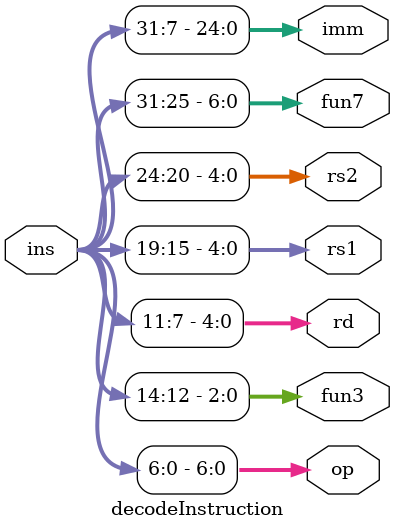
<source format=v>
`timescale 1ns / 1ps


module decodeInstruction(
input [31:0] ins,
output [6:0] op,
output [2:0] fun3,
output [4:0] rd,
output [4:0] rs1,
output [4:0] rs2,
output [6:0] fun7,
output [24:0] imm
    );
    assign imm=ins[31:7];
    assign rd=ins[11:7];
    assign rs1=ins[19:15];
    assign fun3=ins[14:12];
    assign rs2=ins[24:20];
    assign fun7=ins[31:25];
    assign op=ins[6:0];
endmodule

</source>
